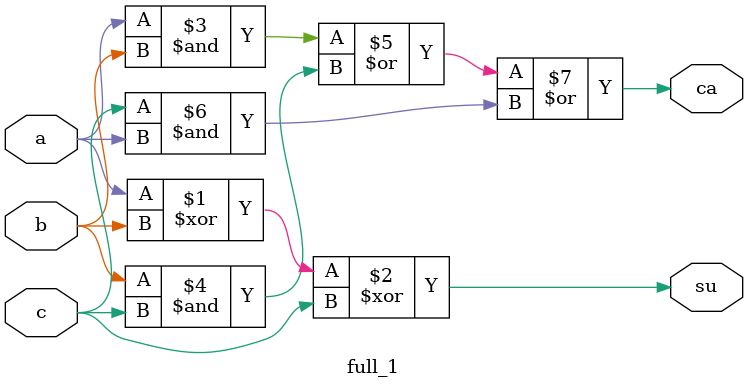
<source format=v>
`timescale 1ns / 1ps
module full_1(
    input a,
    input b,
    input c,
    output su,
    output ca
    );

assign su=a^b^c;
assign ca=(a&b)|(b&c)|(c&a);
endmodule

</source>
